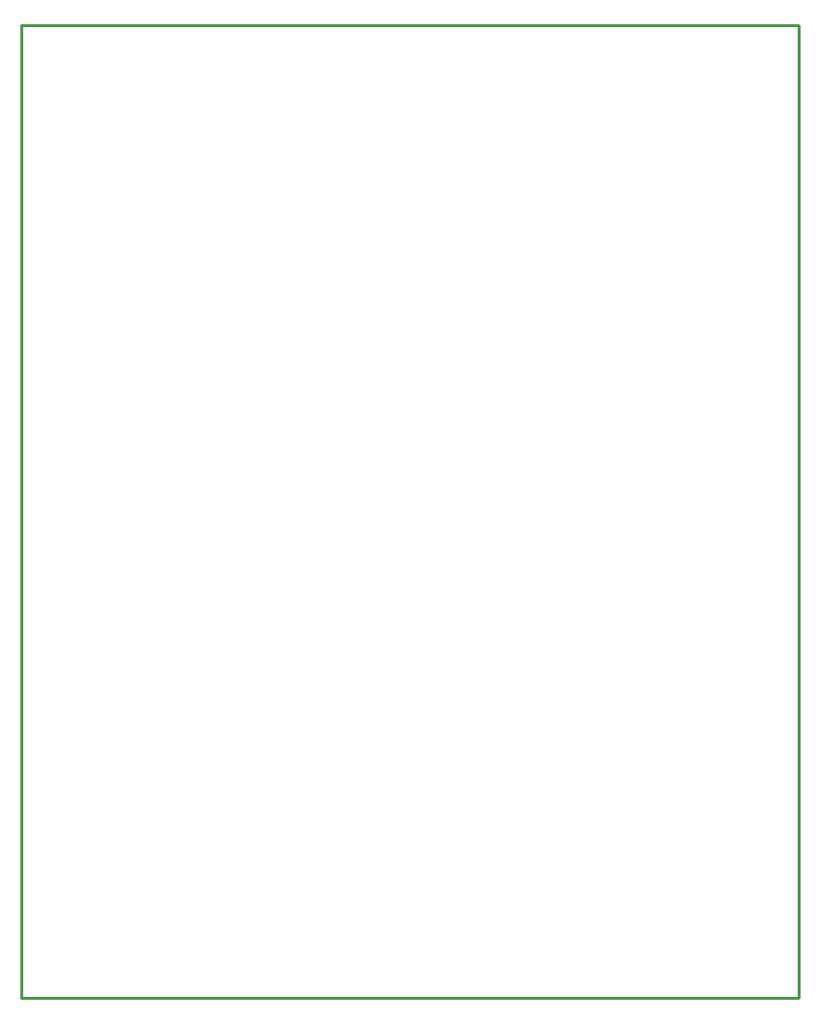
<source format=gko>
G04*
G04 #@! TF.GenerationSoftware,Altium Limited,Altium Designer,24.5.2 (23)*
G04*
G04 Layer_Color=16711935*
%FSLAX44Y44*%
%MOMM*%
G71*
G04*
G04 #@! TF.SameCoordinates,E6D3E557-3EFE-479C-B101-03A66C20DB95*
G04*
G04*
G04 #@! TF.FilePolarity,Positive*
G04*
G01*
G75*
%ADD10C,0.2540*%
D10*
X680000Y850000D02*
X680000Y0D01*
X0D02*
Y850000D01*
Y0D02*
X680000D01*
X0Y850000D02*
X680000D01*
M02*

</source>
